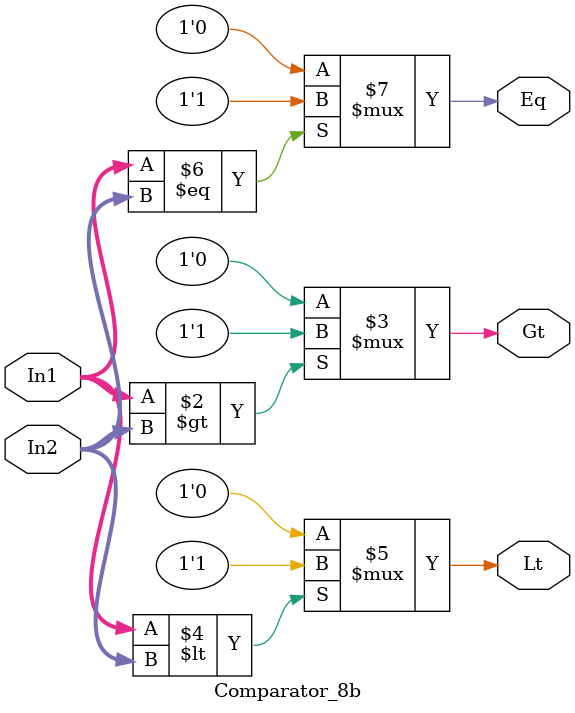
<source format=v>
module Comparator_8b (In1,In2,Gt,Lt,Eq); 
	input [7:0]  In1,In2; //The two 8-bit Inputs In1 and In2 
	output reg Gt,Lt,Eq; //The Outputs of comparison 

	always @ (In1 or In2) //Check the state of the input lines 
	begin 
		Gt <= ( In1 > In2 )? 1'b1 : 1'b0;
		Lt <= ( In1 < In2 )? 1'b1 : 1'b0;
		Eq <= ( In1 == In2)? 1'b1 : 1'b0;
	end 
endmodule

</source>
